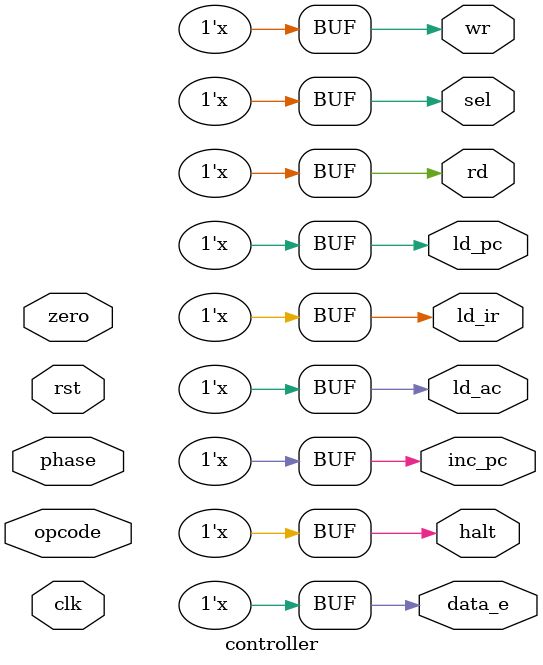
<source format=v>
`timescale 1ns / 1ps


module controller(
        input wire clk, rst, zero, phase,
        input wire [2:0] opcode,
        output reg sel, rd, ld_ir, halt, inc_pc, ld_ac, ld_pc, wr, data_e
    );
    
    parameter HLT = 3'b000, SKZ = 3'b001, ADD = 3'b010, AND = 3'b011, XOR = 3'b100, LDA = 3'b101, STO = 3'b110, JMP = 3'b111;
    
    parameter inst_addr = 8, inst_fetch = 9, inst_load = 10, idle = 11, op_addr = 12, op_fetch = 13,
    alu_op = 14, store = 15;
    reg [2:0] PS, NS;
    
    
    reg aluop;
    always @(opcode)
        begin
            case(opcode)
                ADD: aluop = 1;
                AND : aluop = 1;
                XOR : aluop = 1;
                LDA : aluop = 1;
            default : aluop = 0;
            endcase
        end
    
    
    always @(posedge clk)
        begin
        if (rst)
        PS <= inst_addr;
        else 
        PS <= NS;
        end
        
        always @(PS)
        begin 
            case(PS)
                inst_addr: 
                begin
                NS <= inst_fetch;
                sel = 1; rd = 0; ld_ir = 0; halt = 0; inc_pc = 0; ld_ac = 0; ld_pc = 0; wr = 0; data_e = 0;
                end
                
                inst_fetch: 
                begin
                NS <= inst_load;
                sel = 1; rd = 1; ld_ir = 0; halt = 0; inc_pc = 0; ld_ac = 0; ld_pc = 0; wr = 0; data_e = 0;
                end
                    
                inst_load: 
                begin
                NS <= idle;
                sel = 1; rd = 1; ld_ir = 1; halt = 0; inc_pc = 0; ld_ac = 0; ld_pc = 0; wr = 0; data_e = 0;
                end
                
                idle: 
                begin
                NS <= op_addr;
                sel = 1; rd = 1; ld_ir = 1; halt = 0; inc_pc = 0; ld_ac = 0; ld_pc = 0; wr = 0; data_e = 0;
                end
                
                op_addr: 
                begin
                NS <= op_fetch;
                sel = 0; rd = 0; ld_ir = 0; halt = HLT; inc_pc = 1; ld_ac = 0; ld_pc = 0; wr = 0; data_e = 0;
                end
                
                op_fetch: 
                begin
                NS <= alu_op;
                sel = 1; rd = aluop; ld_ir = 0; halt = 0; inc_pc = 0; ld_ac = 0; ld_pc = 0; wr = 0; data_e = 0;
                end
                
                alu_op: 
                begin
                NS <= store;
                sel = 1; rd = aluop; ld_ir = 0; halt = 0; inc_pc = SKZ && zero; ld_ac = 0; ld_pc = JMP; wr = 0; data_e = STO;
                end
                
                store: 
                begin
                NS <= inst_addr;
                sel = 1; rd = aluop; ld_ir = 0; halt = 0; inc_pc = 0; ld_ac = aluop; ld_pc = JMP; wr = STO; data_e = STO;
                end
            endcase
        end
endmodule

</source>
